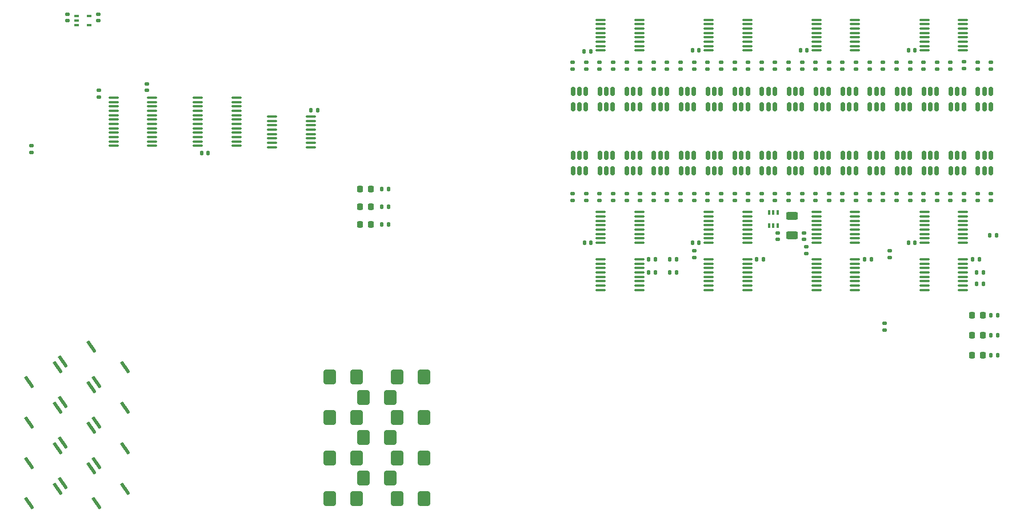
<source format=gbr>
%TF.GenerationSoftware,KiCad,Pcbnew,7.0.1*%
%TF.CreationDate,2024-10-12T00:25:36-04:00*%
%TF.ProjectId,Combined_Stencil,436f6d62-696e-4656-945f-5374656e6369,rev?*%
%TF.SameCoordinates,Original*%
%TF.FileFunction,Paste,Top*%
%TF.FilePolarity,Positive*%
%FSLAX46Y46*%
G04 Gerber Fmt 4.6, Leading zero omitted, Abs format (unit mm)*
G04 Created by KiCad (PCBNEW 7.0.1) date 2024-10-12 00:25:36*
%MOMM*%
%LPD*%
G01*
G04 APERTURE LIST*
G04 Aperture macros list*
%AMRoundRect*
0 Rectangle with rounded corners*
0 $1 Rounding radius*
0 $2 $3 $4 $5 $6 $7 $8 $9 X,Y pos of 4 corners*
0 Add a 4 corners polygon primitive as box body*
4,1,4,$2,$3,$4,$5,$6,$7,$8,$9,$2,$3,0*
0 Add four circle primitives for the rounded corners*
1,1,$1+$1,$2,$3*
1,1,$1+$1,$4,$5*
1,1,$1+$1,$6,$7*
1,1,$1+$1,$8,$9*
0 Add four rect primitives between the rounded corners*
20,1,$1+$1,$2,$3,$4,$5,0*
20,1,$1+$1,$4,$5,$6,$7,0*
20,1,$1+$1,$6,$7,$8,$9,0*
20,1,$1+$1,$8,$9,$2,$3,0*%
G04 Aperture macros list end*
%ADD10RoundRect,0.140000X-0.140000X-0.170000X0.140000X-0.170000X0.140000X0.170000X-0.140000X0.170000X0*%
%ADD11RoundRect,0.140000X0.140000X0.170000X-0.140000X0.170000X-0.140000X-0.170000X0.140000X-0.170000X0*%
%ADD12RoundRect,0.150000X0.150000X-0.512500X0.150000X0.512500X-0.150000X0.512500X-0.150000X-0.512500X0*%
%ADD13RoundRect,0.100000X0.637500X0.100000X-0.637500X0.100000X-0.637500X-0.100000X0.637500X-0.100000X0*%
%ADD14RoundRect,0.135000X-0.185000X0.135000X-0.185000X-0.135000X0.185000X-0.135000X0.185000X0.135000X0*%
%ADD15RoundRect,0.125000X-0.604273X0.645061X0.399485X-0.788455X0.604273X-0.645061X-0.399485X0.788455X0*%
%ADD16RoundRect,0.150000X-0.150000X0.512500X-0.150000X-0.512500X0.150000X-0.512500X0.150000X0.512500X0*%
%ADD17RoundRect,0.135000X0.185000X-0.135000X0.185000X0.135000X-0.185000X0.135000X-0.185000X-0.135000X0*%
%ADD18RoundRect,0.100000X-0.637500X-0.100000X0.637500X-0.100000X0.637500X0.100000X-0.637500X0.100000X0*%
%ADD19RoundRect,0.140000X-0.170000X0.140000X-0.170000X-0.140000X0.170000X-0.140000X0.170000X0.140000X0*%
%ADD20RoundRect,0.135000X-0.135000X-0.185000X0.135000X-0.185000X0.135000X0.185000X-0.135000X0.185000X0*%
%ADD21RoundRect,0.140000X0.170000X-0.140000X0.170000X0.140000X-0.170000X0.140000X-0.170000X-0.140000X0*%
%ADD22RoundRect,0.218750X0.218750X0.256250X-0.218750X0.256250X-0.218750X-0.256250X0.218750X-0.256250X0*%
%ADD23RoundRect,0.250000X-0.625000X0.312500X-0.625000X-0.312500X0.625000X-0.312500X0.625000X0.312500X0*%
%ADD24RoundRect,0.135000X0.135000X0.185000X-0.135000X0.185000X-0.135000X-0.185000X0.135000X-0.185000X0*%
%ADD25R,0.400000X0.650000*%
%ADD26R,0.650000X0.400000*%
%ADD27RoundRect,0.247222X-0.642778X-0.832778X0.642778X-0.832778X0.642778X0.832778X-0.642778X0.832778X0*%
G04 APERTURE END LIST*
D10*
%TO.C,C3*%
X129490000Y-20837500D03*
X130450000Y-20837500D03*
%TD*%
D11*
%TO.C,C8*%
X155990000Y-51837500D03*
X155030000Y-51837500D03*
%TD*%
D12*
%TO.C,Q30*%
X151790000Y-38725000D03*
X152740000Y-38725000D03*
X153690000Y-38725000D03*
X153690000Y-36450000D03*
X152740000Y-36450000D03*
X151790000Y-36450000D03*
%TD*%
D13*
%TO.C,U9*%
X137602500Y-49362500D03*
X137602500Y-48712500D03*
X137602500Y-48062500D03*
X137602500Y-47412500D03*
X137602500Y-46762500D03*
X137602500Y-46112500D03*
X137602500Y-45462500D03*
X137602500Y-44812500D03*
X131877500Y-44812500D03*
X131877500Y-45462500D03*
X131877500Y-46112500D03*
X131877500Y-46762500D03*
X131877500Y-47412500D03*
X131877500Y-48062500D03*
X131877500Y-48712500D03*
X131877500Y-49362500D03*
%TD*%
D14*
%TO.C,R10*%
X103740000Y-22577500D03*
X103740000Y-23597500D03*
%TD*%
D15*
%TO.C,L5*%
X29420000Y-73820000D03*
X25242222Y-76012846D03*
%TD*%
D16*
%TO.C,Q5*%
X105690000Y-26950000D03*
X104740000Y-26950000D03*
X103790000Y-26950000D03*
X103790000Y-29225000D03*
X104740000Y-29225000D03*
X105690000Y-29225000D03*
%TD*%
D17*
%TO.C,R28*%
X121740000Y-43097500D03*
X121740000Y-42077500D03*
%TD*%
D16*
%TO.C,Q29*%
X153690000Y-26950000D03*
X152740000Y-26950000D03*
X151790000Y-26950000D03*
X151790000Y-29225000D03*
X152740000Y-29225000D03*
X153690000Y-29225000D03*
%TD*%
D18*
%TO.C,U13*%
X147877500Y-51812500D03*
X147877500Y-52462500D03*
X147877500Y-53112500D03*
X147877500Y-53762500D03*
X147877500Y-54412500D03*
X147877500Y-55062500D03*
X147877500Y-55712500D03*
X147877500Y-56362500D03*
X153602500Y-56362500D03*
X153602500Y-55712500D03*
X153602500Y-55062500D03*
X153602500Y-54412500D03*
X153602500Y-53762500D03*
X153602500Y-53112500D03*
X153602500Y-52462500D03*
X153602500Y-51812500D03*
%TD*%
D14*
%TO.C,R5*%
X95740000Y-42077500D03*
X95740000Y-43097500D03*
%TD*%
D17*
%TO.C,R12*%
X105710000Y-43097500D03*
X105710000Y-42077500D03*
%TD*%
D18*
%TO.C,U5*%
X27707500Y-27865000D03*
X27707500Y-28515000D03*
X27707500Y-29165000D03*
X27707500Y-29815000D03*
X27707500Y-30465000D03*
X27707500Y-31115000D03*
X27707500Y-31765000D03*
X27707500Y-32415000D03*
X27707500Y-33065000D03*
X27707500Y-33715000D03*
X27707500Y-34365000D03*
X27707500Y-35015000D03*
X33432500Y-35015000D03*
X33432500Y-34365000D03*
X33432500Y-33715000D03*
X33432500Y-33065000D03*
X33432500Y-32415000D03*
X33432500Y-31765000D03*
X33432500Y-31115000D03*
X33432500Y-30465000D03*
X33432500Y-29815000D03*
X33432500Y-29165000D03*
X33432500Y-28515000D03*
X33432500Y-27865000D03*
%TD*%
D11*
%TO.C,C9*%
X123990000Y-51837500D03*
X123030000Y-51837500D03*
%TD*%
D14*
%TO.C,R22*%
X115740000Y-22577500D03*
X115740000Y-23597500D03*
%TD*%
D19*
%TO.C,C1*%
X20920000Y-15460000D03*
X20920000Y-16420000D03*
%TD*%
D15*
%TO.C,L4*%
X24420000Y-70820000D03*
X20242222Y-73012846D03*
%TD*%
D19*
%TO.C,C4*%
X32670000Y-25810000D03*
X32670000Y-26770000D03*
%TD*%
D14*
%TO.C,R53*%
X143740000Y-42067500D03*
X143740000Y-43087500D03*
%TD*%
D12*
%TO.C,Q14*%
X119790000Y-38725000D03*
X120740000Y-38725000D03*
X121690000Y-38725000D03*
X121690000Y-36450000D03*
X120740000Y-36450000D03*
X119790000Y-36450000D03*
%TD*%
D20*
%TO.C,R3*%
X67472500Y-41440000D03*
X68492500Y-41440000D03*
%TD*%
D13*
%TO.C,U10*%
X153602500Y-49362500D03*
X153602500Y-48712500D03*
X153602500Y-48062500D03*
X153602500Y-47412500D03*
X153602500Y-46762500D03*
X153602500Y-46112500D03*
X153602500Y-45462500D03*
X153602500Y-44812500D03*
X147877500Y-44812500D03*
X147877500Y-45462500D03*
X147877500Y-46112500D03*
X147877500Y-46762500D03*
X147877500Y-47412500D03*
X147877500Y-48062500D03*
X147877500Y-48712500D03*
X147877500Y-49362500D03*
%TD*%
D17*
%TO.C,R55*%
X149740000Y-23597500D03*
X149740000Y-22577500D03*
%TD*%
D10*
%TO.C,C5*%
X113490000Y-49337500D03*
X114450000Y-49337500D03*
%TD*%
D14*
%TO.C,R26*%
X119740000Y-22577500D03*
X119740000Y-23597500D03*
%TD*%
%TO.C,R62*%
X155740000Y-22577500D03*
X155740000Y-23597500D03*
%TD*%
%TO.C,R25*%
X115740000Y-42077500D03*
X115740000Y-43097500D03*
%TD*%
D20*
%TO.C,R67*%
X107030000Y-53787500D03*
X108050000Y-53787500D03*
%TD*%
D13*
%TO.C,U8*%
X153602500Y-20862500D03*
X153602500Y-20212500D03*
X153602500Y-19562500D03*
X153602500Y-18912500D03*
X153602500Y-18262500D03*
X153602500Y-17612500D03*
X153602500Y-16962500D03*
X153602500Y-16312500D03*
X147877500Y-16312500D03*
X147877500Y-16962500D03*
X147877500Y-17612500D03*
X147877500Y-18262500D03*
X147877500Y-18912500D03*
X147877500Y-19562500D03*
X147877500Y-20212500D03*
X147877500Y-20862500D03*
%TD*%
D21*
%TO.C,C17*%
X126140000Y-48847500D03*
X126140000Y-47887500D03*
%TD*%
D14*
%TO.C,R37*%
X127740000Y-42077500D03*
X127740000Y-43097500D03*
%TD*%
D17*
%TO.C,R16*%
X109740000Y-43097500D03*
X109740000Y-42077500D03*
%TD*%
D12*
%TO.C,Q6*%
X103790000Y-38725000D03*
X104740000Y-38725000D03*
X105690000Y-38725000D03*
X105690000Y-36450000D03*
X104740000Y-36450000D03*
X103790000Y-36450000D03*
%TD*%
D13*
%TO.C,U7*%
X137602500Y-20862500D03*
X137602500Y-20212500D03*
X137602500Y-19562500D03*
X137602500Y-18912500D03*
X137602500Y-18262500D03*
X137602500Y-17612500D03*
X137602500Y-16962500D03*
X137602500Y-16312500D03*
X131877500Y-16312500D03*
X131877500Y-16962500D03*
X131877500Y-17612500D03*
X131877500Y-18262500D03*
X131877500Y-18912500D03*
X131877500Y-19562500D03*
X131877500Y-20212500D03*
X131877500Y-20862500D03*
%TD*%
D15*
%TO.C,L11*%
X29420000Y-85820000D03*
X25242222Y-88012846D03*
%TD*%
D12*
%TO.C,Q2*%
X95790000Y-38725000D03*
X96740000Y-38725000D03*
X97690000Y-38725000D03*
X97690000Y-36450000D03*
X96740000Y-36450000D03*
X95790000Y-36450000D03*
%TD*%
D14*
%TO.C,R34*%
X127740000Y-22577500D03*
X127740000Y-23597500D03*
%TD*%
D15*
%TO.C,L8*%
X29420000Y-79820000D03*
X25242222Y-82012846D03*
%TD*%
D14*
%TO.C,R46*%
X139740000Y-22577500D03*
X139740000Y-23597500D03*
%TD*%
%TO.C,R17*%
X107740000Y-42077500D03*
X107740000Y-43097500D03*
%TD*%
D20*
%TO.C,R68*%
X110130000Y-53787500D03*
X111150000Y-53787500D03*
%TD*%
D14*
%TO.C,R6*%
X99740000Y-22577500D03*
X99740000Y-23597500D03*
%TD*%
D17*
%TO.C,R31*%
X125740000Y-23597500D03*
X125740000Y-22577500D03*
%TD*%
D15*
%TO.C,L12*%
X24420000Y-64820000D03*
X20242222Y-67012846D03*
%TD*%
D16*
%TO.C,Q11*%
X117690000Y-26950000D03*
X116740000Y-26950000D03*
X115790000Y-26950000D03*
X115790000Y-29225000D03*
X116740000Y-29225000D03*
X117690000Y-29225000D03*
%TD*%
D14*
%TO.C,R54*%
X147740000Y-22577500D03*
X147740000Y-23597500D03*
%TD*%
%TO.C,R41*%
X131740000Y-42077500D03*
X131740000Y-43097500D03*
%TD*%
D11*
%TO.C,C3*%
X57950000Y-29690000D03*
X56990000Y-29690000D03*
%TD*%
D17*
%TO.C,R35*%
X129740000Y-23597500D03*
X129740000Y-22577500D03*
%TD*%
%TO.C,R20*%
X113740000Y-43097500D03*
X113740000Y-42077500D03*
%TD*%
%TO.C,R15*%
X109740000Y-23597500D03*
X109740000Y-22577500D03*
%TD*%
D22*
%TO.C,D1*%
X65820000Y-41440000D03*
X64245000Y-41440000D03*
%TD*%
D14*
%TO.C,R18*%
X111740000Y-22577500D03*
X111740000Y-23597500D03*
%TD*%
%TO.C,R45*%
X135740000Y-42067500D03*
X135740000Y-43087500D03*
%TD*%
D16*
%TO.C,Q25*%
X145690000Y-26950000D03*
X144740000Y-26950000D03*
X143790000Y-26950000D03*
X143790000Y-29225000D03*
X144740000Y-29225000D03*
X145690000Y-29225000D03*
%TD*%
D17*
%TO.C,R19*%
X113740000Y-23597500D03*
X113740000Y-22577500D03*
%TD*%
D15*
%TO.C,L1*%
X19420000Y-67820000D03*
X15242222Y-70012846D03*
%TD*%
D12*
%TO.C,Q16*%
X123790000Y-38725000D03*
X124740000Y-38725000D03*
X125690000Y-38725000D03*
X125690000Y-36450000D03*
X124740000Y-36450000D03*
X123790000Y-36450000D03*
%TD*%
D10*
%TO.C,C1*%
X97460000Y-20987500D03*
X98420000Y-20987500D03*
%TD*%
D16*
%TO.C,Q13*%
X121690000Y-26950000D03*
X120740000Y-26950000D03*
X119790000Y-26950000D03*
X119790000Y-29225000D03*
X120740000Y-29225000D03*
X121690000Y-29225000D03*
%TD*%
D14*
%TO.C,R29*%
X119740000Y-42077500D03*
X119740000Y-43097500D03*
%TD*%
D13*
%TO.C,U4*%
X105602500Y-49362500D03*
X105602500Y-48712500D03*
X105602500Y-48062500D03*
X105602500Y-47412500D03*
X105602500Y-46762500D03*
X105602500Y-46112500D03*
X105602500Y-45462500D03*
X105602500Y-44812500D03*
X99877500Y-44812500D03*
X99877500Y-45462500D03*
X99877500Y-46112500D03*
X99877500Y-46762500D03*
X99877500Y-47412500D03*
X99877500Y-48062500D03*
X99877500Y-48712500D03*
X99877500Y-49362500D03*
%TD*%
D12*
%TO.C,Q28*%
X147790000Y-38725000D03*
X148740000Y-38725000D03*
X149690000Y-38725000D03*
X149690000Y-36450000D03*
X148740000Y-36450000D03*
X147790000Y-36450000D03*
%TD*%
D11*
%TO.C,C5*%
X41750000Y-36090000D03*
X40790000Y-36090000D03*
%TD*%
D20*
%TO.C,R5*%
X67472500Y-46640000D03*
X68492500Y-46640000D03*
%TD*%
D14*
%TO.C,R42*%
X135740000Y-22577500D03*
X135740000Y-23597500D03*
%TD*%
D20*
%TO.C,R99*%
X157730000Y-63087500D03*
X158750000Y-63087500D03*
%TD*%
D17*
%TO.C,R39*%
X133740000Y-23597500D03*
X133740000Y-22577500D03*
%TD*%
D20*
%TO.C,R69*%
X110130000Y-51787500D03*
X111150000Y-51787500D03*
%TD*%
D23*
%TO.C,R1*%
X128240000Y-45375000D03*
X128240000Y-48300000D03*
%TD*%
D11*
%TO.C,C12*%
X107990000Y-51837500D03*
X107030000Y-51837500D03*
%TD*%
D22*
%TO.C,D3*%
X65820000Y-46620000D03*
X64245000Y-46620000D03*
%TD*%
D12*
%TO.C,Q4*%
X99790000Y-38725000D03*
X100740000Y-38725000D03*
X101690000Y-38725000D03*
X101690000Y-36450000D03*
X100740000Y-36450000D03*
X99790000Y-36450000D03*
%TD*%
D17*
%TO.C,R24*%
X117740000Y-43097500D03*
X117740000Y-42077500D03*
%TD*%
D14*
%TO.C,R14*%
X107740000Y-22577500D03*
X107740000Y-23597500D03*
%TD*%
D22*
%TO.C,D1*%
X156527500Y-60087500D03*
X154952500Y-60087500D03*
%TD*%
D17*
%TO.C,R59*%
X153740000Y-23587500D03*
X153740000Y-22567500D03*
%TD*%
D16*
%TO.C,Q27*%
X149690000Y-26950000D03*
X148740000Y-26950000D03*
X147790000Y-26950000D03*
X147790000Y-29225000D03*
X148740000Y-29225000D03*
X149690000Y-29225000D03*
%TD*%
D18*
%TO.C,U6*%
X115877500Y-51812500D03*
X115877500Y-52462500D03*
X115877500Y-53112500D03*
X115877500Y-53762500D03*
X115877500Y-54412500D03*
X115877500Y-55062500D03*
X115877500Y-55712500D03*
X115877500Y-56362500D03*
X121602500Y-56362500D03*
X121602500Y-55712500D03*
X121602500Y-55062500D03*
X121602500Y-54412500D03*
X121602500Y-53762500D03*
X121602500Y-53112500D03*
X121602500Y-52462500D03*
X121602500Y-51812500D03*
%TD*%
D15*
%TO.C,L7*%
X24420000Y-76820000D03*
X20242222Y-79012846D03*
%TD*%
D16*
%TO.C,Q7*%
X109690000Y-26950000D03*
X108740000Y-26950000D03*
X107790000Y-26950000D03*
X107790000Y-29225000D03*
X108740000Y-29225000D03*
X109690000Y-29225000D03*
%TD*%
D17*
%TO.C,R44*%
X137740000Y-43097500D03*
X137740000Y-42077500D03*
%TD*%
%TO.C,R23*%
X117740000Y-23597500D03*
X117740000Y-22577500D03*
%TD*%
%TO.C,R70*%
X113740000Y-51597500D03*
X113740000Y-50577500D03*
%TD*%
D14*
%TO.C,R13*%
X103740000Y-42077500D03*
X103740000Y-43097500D03*
%TD*%
D10*
%TO.C,C7*%
X145490000Y-49337500D03*
X146450000Y-49337500D03*
%TD*%
D20*
%TO.C,R71*%
X155630000Y-53787500D03*
X156650000Y-53787500D03*
%TD*%
D15*
%TO.C,L2*%
X29420000Y-67820000D03*
X25242222Y-70012846D03*
%TD*%
D17*
%TO.C,R36*%
X129740000Y-43097500D03*
X129740000Y-42077500D03*
%TD*%
D18*
%TO.C,U4*%
X51207500Y-30665000D03*
X51207500Y-31315000D03*
X51207500Y-31965000D03*
X51207500Y-32615000D03*
X51207500Y-33265000D03*
X51207500Y-33915000D03*
X51207500Y-34565000D03*
X51207500Y-35215000D03*
X56932500Y-35215000D03*
X56932500Y-34565000D03*
X56932500Y-33915000D03*
X56932500Y-33265000D03*
X56932500Y-32615000D03*
X56932500Y-31965000D03*
X56932500Y-31315000D03*
X56932500Y-30665000D03*
%TD*%
D14*
%TO.C,R2*%
X95740000Y-22577500D03*
X95740000Y-23597500D03*
%TD*%
D21*
%TO.C,C18*%
X130040000Y-48867500D03*
X130040000Y-47907500D03*
%TD*%
D24*
%TO.C,R72*%
X158550000Y-48287500D03*
X157530000Y-48287500D03*
%TD*%
D17*
%TO.C,R27*%
X121740000Y-23597500D03*
X121740000Y-22577500D03*
%TD*%
D14*
%TO.C,R33*%
X123740000Y-42077500D03*
X123740000Y-43097500D03*
%TD*%
D10*
%TO.C,C2*%
X113490000Y-20837500D03*
X114450000Y-20837500D03*
%TD*%
D17*
%TO.C,R48*%
X141740000Y-43097500D03*
X141740000Y-42077500D03*
%TD*%
%TO.C,R51*%
X145740000Y-23597500D03*
X145740000Y-22577500D03*
%TD*%
D16*
%TO.C,Q9*%
X113690000Y-26950000D03*
X112740000Y-26950000D03*
X111790000Y-26950000D03*
X111790000Y-29225000D03*
X112740000Y-29225000D03*
X113690000Y-29225000D03*
%TD*%
D17*
%TO.C,R66*%
X141940000Y-62287500D03*
X141940000Y-61267500D03*
%TD*%
%TO.C,R60*%
X153740000Y-43097500D03*
X153740000Y-42077500D03*
%TD*%
D16*
%TO.C,Q31*%
X157690000Y-26950000D03*
X156740000Y-26950000D03*
X155790000Y-26950000D03*
X155790000Y-29225000D03*
X156740000Y-29225000D03*
X157690000Y-29225000D03*
%TD*%
D18*
%TO.C,U11*%
X131877500Y-51812500D03*
X131877500Y-52462500D03*
X131877500Y-53112500D03*
X131877500Y-53762500D03*
X131877500Y-54412500D03*
X131877500Y-55062500D03*
X131877500Y-55712500D03*
X131877500Y-56362500D03*
X137602500Y-56362500D03*
X137602500Y-55712500D03*
X137602500Y-55062500D03*
X137602500Y-54412500D03*
X137602500Y-53762500D03*
X137602500Y-53112500D03*
X137602500Y-52462500D03*
X137602500Y-51812500D03*
%TD*%
D22*
%TO.C,D2*%
X156527500Y-63087500D03*
X154952500Y-63087500D03*
%TD*%
D17*
%TO.C,R63*%
X157740000Y-23597500D03*
X157740000Y-22577500D03*
%TD*%
D18*
%TO.C,U12*%
X99877500Y-51812500D03*
X99877500Y-52462500D03*
X99877500Y-53112500D03*
X99877500Y-53762500D03*
X99877500Y-54412500D03*
X99877500Y-55062500D03*
X99877500Y-55712500D03*
X99877500Y-56362500D03*
X105602500Y-56362500D03*
X105602500Y-55712500D03*
X105602500Y-55062500D03*
X105602500Y-54412500D03*
X105602500Y-53762500D03*
X105602500Y-53112500D03*
X105602500Y-52462500D03*
X105602500Y-51812500D03*
%TD*%
D13*
%TO.C,U2*%
X105602500Y-20862500D03*
X105602500Y-20212500D03*
X105602500Y-19562500D03*
X105602500Y-18912500D03*
X105602500Y-18262500D03*
X105602500Y-17612500D03*
X105602500Y-16962500D03*
X105602500Y-16312500D03*
X99877500Y-16312500D03*
X99877500Y-16962500D03*
X99877500Y-17612500D03*
X99877500Y-18262500D03*
X99877500Y-18912500D03*
X99877500Y-19562500D03*
X99877500Y-20212500D03*
X99877500Y-20862500D03*
%TD*%
D14*
%TO.C,R65*%
X155740000Y-42077500D03*
X155740000Y-43097500D03*
%TD*%
D17*
%TO.C,R2*%
X25570000Y-27750000D03*
X25570000Y-26730000D03*
%TD*%
%TO.C,R32*%
X125740000Y-43097500D03*
X125740000Y-42077500D03*
%TD*%
D14*
%TO.C,R50*%
X143740000Y-22577500D03*
X143740000Y-23597500D03*
%TD*%
D25*
%TO.C,U1*%
X124840000Y-46787500D03*
X125490000Y-46787500D03*
X126140000Y-46787500D03*
X126140000Y-44887500D03*
X125490000Y-44887500D03*
X124840000Y-44887500D03*
%TD*%
D15*
%TO.C,L10*%
X24420000Y-82820000D03*
X20242222Y-85012846D03*
%TD*%
D14*
%TO.C,R49*%
X139740000Y-42067500D03*
X139740000Y-43087500D03*
%TD*%
D12*
%TO.C,Q26*%
X143790000Y-38725000D03*
X144740000Y-38725000D03*
X145690000Y-38725000D03*
X145690000Y-36450000D03*
X144740000Y-36450000D03*
X143790000Y-36450000D03*
%TD*%
D14*
%TO.C,R61*%
X151740000Y-42077500D03*
X151740000Y-43097500D03*
%TD*%
D17*
%TO.C,R7*%
X101740000Y-23597500D03*
X101740000Y-22577500D03*
%TD*%
D20*
%TO.C,R4*%
X67472500Y-44040000D03*
X68492500Y-44040000D03*
%TD*%
D17*
%TO.C,R4*%
X97740000Y-43097500D03*
X97740000Y-42077500D03*
%TD*%
D26*
%TO.C,U2*%
X22220000Y-15790000D03*
X22220000Y-16440000D03*
X22220000Y-17090000D03*
X24120000Y-17090000D03*
X24120000Y-15790000D03*
%TD*%
D22*
%TO.C,D2*%
X65820000Y-44030000D03*
X64245000Y-44030000D03*
%TD*%
D20*
%TO.C,R100*%
X157730000Y-66087500D03*
X158750000Y-66087500D03*
%TD*%
D16*
%TO.C,Q3*%
X101690000Y-26950000D03*
X100740000Y-26950000D03*
X99790000Y-26950000D03*
X99790000Y-29225000D03*
X100740000Y-29225000D03*
X101690000Y-29225000D03*
%TD*%
D17*
%TO.C,R8*%
X101740000Y-43097500D03*
X101740000Y-42077500D03*
%TD*%
D14*
%TO.C,R9*%
X99740000Y-42077500D03*
X99740000Y-43097500D03*
%TD*%
D12*
%TO.C,Q32*%
X155790000Y-38725000D03*
X156740000Y-38725000D03*
X157690000Y-38725000D03*
X157690000Y-36450000D03*
X156740000Y-36450000D03*
X155790000Y-36450000D03*
%TD*%
D16*
%TO.C,Q23*%
X141690000Y-26950000D03*
X140740000Y-26950000D03*
X139790000Y-26950000D03*
X139790000Y-29225000D03*
X140740000Y-29225000D03*
X141690000Y-29225000D03*
%TD*%
D15*
%TO.C,L6*%
X19420000Y-79820000D03*
X15242222Y-82012846D03*
%TD*%
D17*
%TO.C,R43*%
X137740000Y-23597500D03*
X137740000Y-22577500D03*
%TD*%
D13*
%TO.C,U3*%
X121602500Y-20862500D03*
X121602500Y-20212500D03*
X121602500Y-19562500D03*
X121602500Y-18912500D03*
X121602500Y-18262500D03*
X121602500Y-17612500D03*
X121602500Y-16962500D03*
X121602500Y-16312500D03*
X115877500Y-16312500D03*
X115877500Y-16962500D03*
X115877500Y-17612500D03*
X115877500Y-18262500D03*
X115877500Y-18912500D03*
X115877500Y-19562500D03*
X115877500Y-20212500D03*
X115877500Y-20862500D03*
%TD*%
D10*
%TO.C,C4*%
X145490000Y-20837500D03*
X146450000Y-20837500D03*
%TD*%
D21*
%TO.C,C11*%
X130340000Y-50947500D03*
X130340000Y-49987500D03*
%TD*%
D17*
%TO.C,R3*%
X97740000Y-23597500D03*
X97740000Y-22577500D03*
%TD*%
%TO.C,R1*%
X15570000Y-35960000D03*
X15570000Y-34940000D03*
%TD*%
D12*
%TO.C,Q18*%
X127790000Y-38725000D03*
X128740000Y-38725000D03*
X129690000Y-38725000D03*
X129690000Y-36450000D03*
X128740000Y-36450000D03*
X127790000Y-36450000D03*
%TD*%
D14*
%TO.C,R57*%
X147740000Y-42077500D03*
X147740000Y-43097500D03*
%TD*%
D15*
%TO.C,L3*%
X19420000Y-73820000D03*
X15242222Y-76012846D03*
%TD*%
D17*
%TO.C,R11*%
X105710000Y-23597500D03*
X105710000Y-22577500D03*
%TD*%
D16*
%TO.C,Q15*%
X125690000Y-26950000D03*
X124740000Y-26950000D03*
X123790000Y-26950000D03*
X123790000Y-29225000D03*
X124740000Y-29225000D03*
X125690000Y-29225000D03*
%TD*%
%TO.C,Q17*%
X129690000Y-26950000D03*
X128740000Y-26950000D03*
X127790000Y-26950000D03*
X127790000Y-29225000D03*
X128740000Y-29225000D03*
X129690000Y-29225000D03*
%TD*%
D12*
%TO.C,Q24*%
X139790000Y-38725000D03*
X140740000Y-38725000D03*
X141690000Y-38725000D03*
X141690000Y-36450000D03*
X140740000Y-36450000D03*
X139790000Y-36450000D03*
%TD*%
D19*
%TO.C,C2*%
X25420000Y-15460000D03*
X25420000Y-16420000D03*
%TD*%
D15*
%TO.C,L9*%
X19420000Y-85820000D03*
X15242222Y-88012846D03*
%TD*%
D14*
%TO.C,R58*%
X151740000Y-22577500D03*
X151740000Y-23597500D03*
%TD*%
D17*
%TO.C,R47*%
X141740000Y-23597500D03*
X141740000Y-22577500D03*
%TD*%
%TO.C,R40*%
X133740000Y-43097500D03*
X133740000Y-42077500D03*
%TD*%
D22*
%TO.C,D3*%
X156527500Y-66087500D03*
X154952500Y-66087500D03*
%TD*%
D16*
%TO.C,Q21*%
X137690000Y-26950000D03*
X136740000Y-26950000D03*
X135790000Y-26950000D03*
X135790000Y-29225000D03*
X136740000Y-29225000D03*
X137690000Y-29225000D03*
%TD*%
D13*
%TO.C,U5*%
X121602500Y-49362500D03*
X121602500Y-48712500D03*
X121602500Y-48062500D03*
X121602500Y-47412500D03*
X121602500Y-46762500D03*
X121602500Y-46112500D03*
X121602500Y-45462500D03*
X121602500Y-44812500D03*
X115877500Y-44812500D03*
X115877500Y-45462500D03*
X115877500Y-46112500D03*
X115877500Y-46762500D03*
X115877500Y-47412500D03*
X115877500Y-48062500D03*
X115877500Y-48712500D03*
X115877500Y-49362500D03*
%TD*%
D11*
%TO.C,C10*%
X139990000Y-51837500D03*
X139030000Y-51837500D03*
%TD*%
D17*
%TO.C,R52*%
X145740000Y-43097500D03*
X145740000Y-42077500D03*
%TD*%
%TO.C,R56*%
X149740000Y-43097500D03*
X149740000Y-42077500D03*
%TD*%
D20*
%TO.C,R74*%
X155630000Y-55487500D03*
X156650000Y-55487500D03*
%TD*%
D14*
%TO.C,R73*%
X142740000Y-50577500D03*
X142740000Y-51597500D03*
%TD*%
D20*
%TO.C,R98*%
X157730000Y-60087500D03*
X158750000Y-60087500D03*
%TD*%
D13*
%TO.C,U6*%
X45932500Y-35015000D03*
X45932500Y-34365000D03*
X45932500Y-33715000D03*
X45932500Y-33065000D03*
X45932500Y-32415000D03*
X45932500Y-31765000D03*
X45932500Y-31115000D03*
X45932500Y-30465000D03*
X45932500Y-29815000D03*
X45932500Y-29165000D03*
X45932500Y-28515000D03*
X45932500Y-27865000D03*
X40207500Y-27865000D03*
X40207500Y-28515000D03*
X40207500Y-29165000D03*
X40207500Y-29815000D03*
X40207500Y-30465000D03*
X40207500Y-31115000D03*
X40207500Y-31765000D03*
X40207500Y-32415000D03*
X40207500Y-33065000D03*
X40207500Y-33715000D03*
X40207500Y-34365000D03*
X40207500Y-35015000D03*
%TD*%
D14*
%TO.C,R38*%
X131740000Y-22577500D03*
X131740000Y-23597500D03*
%TD*%
D12*
%TO.C,Q12*%
X115790000Y-38725000D03*
X116740000Y-38725000D03*
X117690000Y-38725000D03*
X117690000Y-36450000D03*
X116740000Y-36450000D03*
X115790000Y-36450000D03*
%TD*%
%TO.C,Q20*%
X131790000Y-38725000D03*
X132740000Y-38725000D03*
X133690000Y-38725000D03*
X133690000Y-36450000D03*
X132740000Y-36450000D03*
X131790000Y-36450000D03*
%TD*%
D14*
%TO.C,R21*%
X111740000Y-42077500D03*
X111740000Y-43097500D03*
%TD*%
D12*
%TO.C,Q22*%
X135790000Y-38725000D03*
X136740000Y-38725000D03*
X137690000Y-38725000D03*
X137690000Y-36450000D03*
X136740000Y-36450000D03*
X135790000Y-36450000D03*
%TD*%
%TO.C,Q8*%
X107790000Y-38725000D03*
X108740000Y-38725000D03*
X109690000Y-38725000D03*
X109690000Y-36450000D03*
X108740000Y-36450000D03*
X107790000Y-36450000D03*
%TD*%
D16*
%TO.C,Q1*%
X97690000Y-26950000D03*
X96740000Y-26950000D03*
X95790000Y-26950000D03*
X95790000Y-29225000D03*
X96740000Y-29225000D03*
X97690000Y-29225000D03*
%TD*%
%TO.C,Q19*%
X133690000Y-26950000D03*
X132740000Y-26950000D03*
X131790000Y-26950000D03*
X131790000Y-29225000D03*
X132740000Y-29225000D03*
X133690000Y-29225000D03*
%TD*%
D17*
%TO.C,R64*%
X157740000Y-43097500D03*
X157740000Y-42077500D03*
%TD*%
D12*
%TO.C,Q10*%
X111790000Y-38725000D03*
X112740000Y-38725000D03*
X113690000Y-38725000D03*
X113690000Y-36450000D03*
X112740000Y-36450000D03*
X111790000Y-36450000D03*
%TD*%
D14*
%TO.C,R30*%
X123740000Y-22577500D03*
X123740000Y-23597500D03*
%TD*%
D10*
%TO.C,C6*%
X97490000Y-49337500D03*
X98450000Y-49337500D03*
%TD*%
D27*
%TO.C,D2*%
X59750000Y-69280000D03*
X63750000Y-69280000D03*
%TD*%
%TO.C,D5*%
X59750000Y-75280000D03*
X63750000Y-75280000D03*
%TD*%
%TO.C,D9*%
X69750000Y-87280000D03*
X73750000Y-87280000D03*
%TD*%
%TO.C,D10*%
X64750000Y-84280000D03*
X68750000Y-84280000D03*
%TD*%
%TO.C,D1*%
X69750000Y-69280000D03*
X73750000Y-69280000D03*
%TD*%
%TO.C,D11*%
X59750000Y-87280000D03*
X63750000Y-87280000D03*
%TD*%
%TO.C,D6*%
X69750000Y-81280000D03*
X73750000Y-81280000D03*
%TD*%
%TO.C,D4*%
X64750000Y-72280000D03*
X68750000Y-72280000D03*
%TD*%
%TO.C,D3*%
X69750000Y-75280000D03*
X73750000Y-75280000D03*
%TD*%
%TO.C,D8*%
X59750000Y-81280000D03*
X63750000Y-81280000D03*
%TD*%
%TO.C,D7*%
X64750000Y-78280000D03*
X68750000Y-78280000D03*
%TD*%
M02*

</source>
